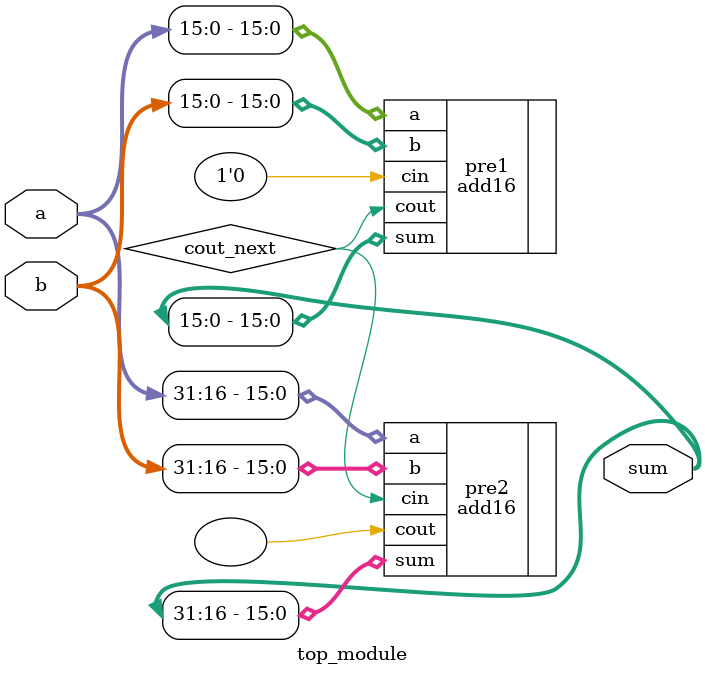
<source format=v>

module top_module(
    input [31:0] a,
    input [31:0] b,
    output [31:0] sum
);
    wire cout_next;
    add16 pre1 (  .a (a[15:0]),  .b (b[15:0]), .cin (1'b0),  .sum (sum[15:0]) , .cout(cout_next) );
    add16 pre2 (  .a (a[31:16]),  .b (b[31:16]), .cin (cout_next),  .sum (sum[31:16]) , .cout() );

endmodule


</source>
